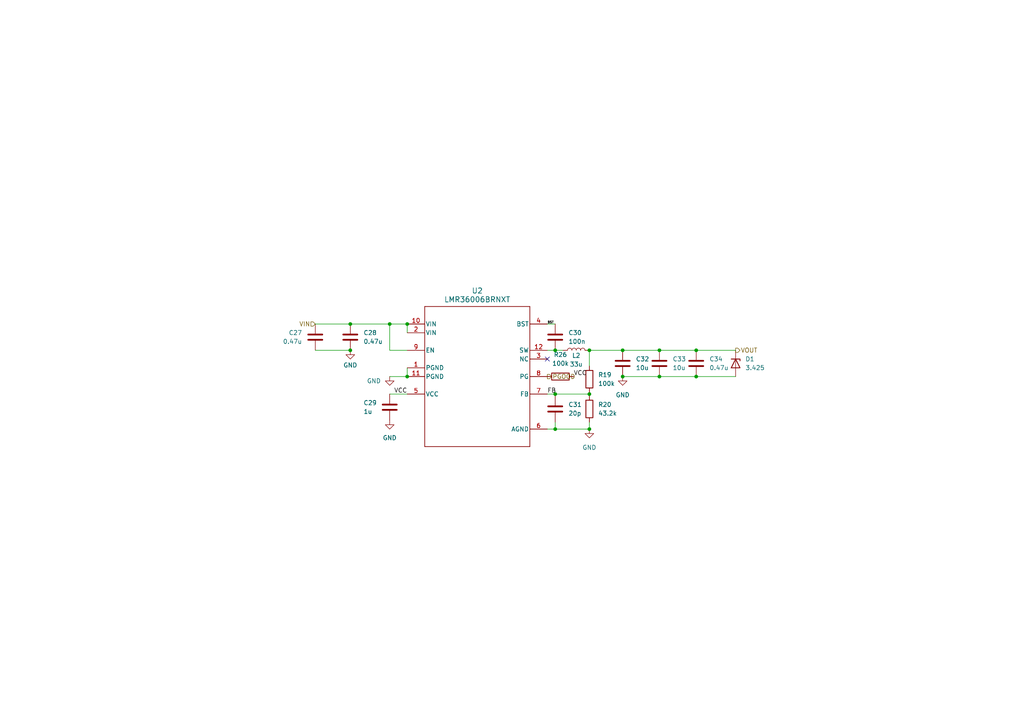
<source format=kicad_sch>
(kicad_sch (version 20231120) (generator "eeschema") (generator_version "8.0")
  (paper "A4")
  (lib_symbols
    (symbol "2024-04-12_02-42-06:LMR36006BRNXT" (pin_names (offset 0.254))
      (property "Reference" "U" (at 0 2.54 0))
      (property "Value" "LMR36006BRNXT" (at 0 0 0))
      (symbol "LMR36006BRNXT_0_1"
        (polyline (pts (xy -15.24 -20.32) (xy 15.24 -20.32)) (stroke (width 0.2032)))
        (polyline (pts (xy -15.24 20.32) (xy -15.24 -20.32)) (stroke (width 0.2032)))
        (polyline (pts (xy 15.24 -20.32) (xy 15.24 20.32)) (stroke (width 0.2032)))
        (polyline (pts (xy 15.24 20.32) (xy -15.24 20.32)) (stroke (width 0.2032)))
        (pin power_in line (at -20.32 2.54 0) (length 5.08) (name "PGND") (number "1"))
        (pin power_in line (at -20.32 15.24 0) (length 5.08) (name "VIN") (number "10"))
        (pin power_in line (at -20.32 0 0) (length 5.08) (name "PGND") (number "11"))
        (pin power_in line (at 20.32 7.62 180) (length 5.08) (name "SW") (number "12"))
        (pin power_in line (at -20.32 12.7 0) (length 5.08) (name "VIN") (number "2"))
        (pin unspecified line (at 20.32 5.08 180) (length 5.08) (name "NC") (number "3"))
        (pin unspecified line (at 20.32 15.24 180) (length 5.08) (name "BST") (number "4"))
        (pin power_in line (at -20.32 -5.08 0) (length 5.08) (name "VCC") (number "5"))
        (pin power_in line (at 20.32 -15.24 180) (length 5.08) (name "AGND") (number "6"))
        (pin input line (at 20.32 -5.08 180) (length 5.08) (name "FB") (number "7"))
        (pin open_collector line (at 20.32 0 180) (length 5.08) (name "PG") (number "8"))
        (pin input line (at -20.32 7.62 0) (length 5.08) (name "EN") (number "9"))
      )
    )
    (symbol "Device:C" (pin_numbers hide) (pin_names (offset 0.254))
      (property "Reference" "C" (at 0.635 2.54 0))
      (property "Value" "C" (at 0.635 -2.54 0))
      (symbol "C_0_1"
        (polyline (pts (xy -2.032 -0.762) (xy 2.032 -0.762)) (stroke (width 0.508)))
        (polyline (pts (xy -2.032 0.762) (xy 2.032 0.762)) (stroke (width 0.508)))
      )
      (symbol "C_1_1"
        (pin passive line (at 0 3.81 270) (length 2.794) (name "~") (number "1"))
        (pin passive line (at 0 -3.81 90) (length 2.794) (name "~") (number "2"))
      )
    )
    (symbol "Device:D_Zener" (pin_numbers hide) (pin_names (offset 1.016) hide)
      (property "Reference" "D" (at 0 2.54 0))
      (property "Value" "D_Zener" (at 0 -2.54 0))
      (symbol "D_Zener_0_1"
        (polyline (pts (xy 1.27 0) (xy -1.27 0)))
        (polyline (pts (xy -1.27 -1.27) (xy -1.27 1.27) (xy -0.762 1.27)) (stroke (width 0.254)))
        (polyline (pts (xy 1.27 -1.27) (xy 1.27 1.27) (xy -1.27 0) (xy 1.27 -1.27)) (stroke (width 0.254)))
      )
      (symbol "D_Zener_1_1"
        (pin passive line (at -3.81 0 0) (length 2.54) (name "K") (number "1"))
        (pin passive line (at 3.81 0 180) (length 2.54) (name "A") (number "2"))
      )
    )
    (symbol "Device:L" (pin_numbers hide) (pin_names (offset 1.016) hide)
      (property "Reference" "L" (at -1.27 0 90))
      (property "Value" "L" (at 1.905 0 90))
      (symbol "L_0_1"
        (arc (start 0 -2.54) (mid 0.6323 -1.905) (end 0 -1.27))
        (arc (start 0 -1.27) (mid 0.6323 -0.635) (end 0 0))
        (arc (start 0 0) (mid 0.6323 0.635) (end 0 1.27))
        (arc (start 0 1.27) (mid 0.6323 1.905) (end 0 2.54))
      )
      (symbol "L_1_1"
        (pin passive line (at 0 3.81 270) (length 1.27) (name "1") (number "1"))
        (pin passive line (at 0 -3.81 90) (length 1.27) (name "2") (number "2"))
      )
    )
    (symbol "Device:R" (pin_numbers hide) (pin_names (offset 0))
      (property "Reference" "R" (at 2.032 0 90))
      (property "Value" "R" (at 0 0 90))
      (symbol "R_0_1"
        (rectangle (start -1.016 -2.54) (end 1.016 2.54) (stroke (width 0.254)))
      )
      (symbol "R_1_1"
        (pin passive line (at 0 3.81 270) (length 1.27) (name "~") (number "1"))
        (pin passive line (at 0 -3.81 90) (length 1.27) (name "~") (number "2"))
      )
    )
    (symbol "power:GND" (power) (pin_numbers hide) (pin_names (offset 0) hide)
      (property "Value" "GND" (at 0 -3.81 0))
      (symbol "GND_0_1"
        (polyline (pts (xy 0 0) (xy 0 -1.27) (xy 1.27 -1.27) (xy 0 -2.54) (xy -1.27 -1.27) (xy 0 -1.27)))
      )
      (symbol "GND_1_1"
        (pin power_in line (at 0 0 270) (length 0) (name "~") (number "1"))
      )
    )
  )
  (junction (at 170.942 101.6))
  (junction (at 118.11 109.22))
  (junction (at 113.03 93.98))
  (junction (at 101.6 101.6))
  (junction (at 118.11 93.98))
  (junction (at 170.942 124.46))
  (junction (at 101.6 93.98))
  (junction (at 161.036 114.3))
  (junction (at 191.262 109.22))
  (junction (at 180.594 109.22))
  (junction (at 161.036 124.46))
  (junction (at 180.594 101.6))
  (junction (at 201.93 109.22))
  (junction (at 170.942 114.3))
  (junction (at 191.262 101.6))
  (junction (at 201.93 101.6))
  (junction (at 161.036 101.6))
  (no_connect (at 158.75 104.14))
  (wire (pts (xy 170.942 101.6) (xy 180.594 101.6)))
  (wire (pts (xy 161.036 101.6) (xy 163.322 101.6)))
  (wire (pts (xy 180.594 101.6) (xy 191.262 101.6)))
  (wire (pts (xy 161.036 124.46) (xy 170.942 124.46)))
  (wire (pts (xy 118.11 106.68) (xy 118.11 109.22)))
  (wire (pts (xy 91.44 101.6) (xy 101.6 101.6)))
  (wire (pts (xy 113.03 101.6) (xy 118.11 101.6)))
  (wire (pts (xy 158.75 101.6) (xy 161.036 101.6)))
  (wire (pts (xy 158.75 124.46) (xy 161.036 124.46)))
  (wire (pts (xy 113.03 93.98) (xy 113.03 101.6)))
  (wire (pts (xy 161.036 114.3) (xy 161.036 114.808)))
  (wire (pts (xy 158.75 114.3) (xy 161.036 114.3)))
  (wire (pts (xy 113.03 93.98) (xy 118.11 93.98)))
  (wire (pts (xy 113.03 109.22) (xy 118.11 109.22)))
  (wire (pts (xy 118.11 93.98) (xy 118.11 96.52)))
  (wire (pts (xy 161.036 122.428) (xy 161.036 124.46)))
  (wire (pts (xy 161.036 114.3) (xy 170.942 114.3)))
  (wire (pts (xy 201.93 101.6) (xy 213.36 101.6)))
  (wire (pts (xy 201.93 109.22) (xy 213.36 109.22)))
  (wire (pts (xy 170.942 101.6) (xy 170.942 106.172)))
  (wire (pts (xy 170.942 122.428) (xy 170.942 124.46)))
  (wire (pts (xy 158.75 93.98) (xy 161.036 93.98)))
  (wire (pts (xy 170.942 114.3) (xy 170.942 114.808)))
  (wire (pts (xy 180.594 109.22) (xy 191.262 109.22)))
  (wire (pts (xy 170.942 113.792) (xy 170.942 114.3)))
  (wire (pts (xy 191.262 101.6) (xy 201.93 101.6)))
  (wire (pts (xy 113.03 114.3) (xy 118.11 114.3)))
  (wire (pts (xy 191.262 109.22) (xy 201.93 109.22)))
  (wire (pts (xy 91.44 93.98) (xy 101.6 93.98)))
  (wire (pts (xy 101.6 93.98) (xy 113.03 93.98)))
  (label "VCC" (at 118.11 114.3 180))
  (label "FB" (at 158.75 114.3 0))
  (label "VCC" (at 166.37 109.22 0))
  (label "BST" (at 158.75 93.98 0) (effects (font (size 0.635 0.635))))
  (hierarchical_label "PGOOD" (shape output) (at 158.75 109.22 0))
  (hierarchical_label "VOUT" (shape output) (at 213.36 101.6 0))
  (hierarchical_label "VIN" (shape input) (at 91.44 93.98 180))
  (symbol (lib_id "Device:C") (at 201.93 105.41 180) (unit 1)
    (property "Reference" "C34" (at 205.74 104.14 0) (effects (justify right)))
    (property "Value" "0.47u" (at 205.74 106.68 0) (effects (justify right)))
    (property "Footprint" "Capacitor_SMD:C_0805_2012Metric" (effects (hide yes)))
    (property "Description" "Unpolarized capacitor" (effects (hide yes)))
  )
  (symbol (lib_id "power:GND") (at 170.942 124.46 0) (unit 1)
    (property "Reference" "#PWR035" (effects (hide yes)))
    (property "Value" "GND" (at 170.942 129.794 0))
    (property "Description" "Power symbol creates a global label with name \"GND\" , ground" (effects (hide yes)))
  )
  (symbol (lib_id "Device:R") (at 170.942 109.982 0) (unit 1)
    (property "Reference" "R19" (at 173.482 108.712 0) (effects (justify left)))
    (property "Value" "100k" (at 173.482 111.252 0) (effects (justify left)))
    (property "Footprint" "Resistor_SMD:R_0603_1608Metric" (effects (hide yes)))
    (property "Description" "Resistor" (effects (hide yes)))
  )
  (symbol (lib_id "2024-04-12_02-42-06:LMR36006BRNXT") (at 138.43 109.22 0) (unit 1)
    (property "Reference" "U2" (at 138.43 84.328 0) (effects (font (size 1.524 1.524))))
    (property "Value" "LMR36006BRNXT" (at 138.43 86.868 0) (effects (font (size 1.524 1.524))))
    (property "Footprint" "Library:RNX0012B" (effects (hide yes)))
    (property "Datasheet" "LMR36006BRNXT" (effects (hide yes)))
  )
  (symbol (lib_id "Device:D_Zener") (at 213.36 105.41 270) (unit 1)
    (property "Reference" "D1" (at 216.154 104.14 90) (effects (justify left)))
    (property "Value" "3.425" (at 216.154 106.68 90) (effects (justify left)))
    (property "Footprint" "Library:CR_PLZ5V1C_VIS" (effects (hide yes)))
    (property "Description" "Zener diode" (effects (hide yes)))
  )
  (symbol (lib_id "Device:C") (at 101.6 97.79 180) (unit 1)
    (property "Reference" "C28" (at 105.41 96.5199 0) (effects (justify right)))
    (property "Value" "0.47u" (at 105.41 99.0599 0) (effects (justify right)))
    (property "Footprint" "Capacitor_SMD:C_0805_2012Metric" (effects (hide yes)))
    (property "Description" "Unpolarized capacitor" (effects (hide yes)))
  )
  (symbol (lib_id "power:GND") (at 101.6 101.6 0) (unit 1)
    (property "Reference" "#PWR032" (effects (hide yes)))
    (property "Value" "GND" (at 101.6 105.918 0))
    (property "Description" "Power symbol creates a global label with name \"GND\" , ground" (effects (hide yes)))
  )
  (symbol (lib_id "power:GND") (at 113.03 109.22 0) (unit 1)
    (property "Reference" "#PWR033" (effects (hide yes)))
    (property "Value" "GND" (at 110.49 110.4899 0) (effects (justify right)))
    (property "Description" "Power symbol creates a global label with name \"GND\" , ground" (effects (hide yes)))
  )
  (symbol (lib_id "power:GND") (at 180.594 109.22 0) (unit 1)
    (property "Reference" "#PWR037" (effects (hide yes)))
    (property "Value" "GND" (at 180.594 114.554 0))
    (property "Description" "Power symbol creates a global label with name \"GND\" , ground" (effects (hide yes)))
  )
  (symbol (lib_id "Device:C") (at 91.44 97.79 180) (unit 1)
    (property "Reference" "C27" (at 87.63 96.5199 0) (effects (justify left)))
    (property "Value" "0.47u" (at 87.63 99.0599 0) (effects (justify left)))
    (property "Footprint" "Capacitor_SMD:C_0805_2012Metric" (effects (hide yes)))
    (property "Description" "Unpolarized capacitor" (effects (hide yes)))
  )
  (symbol (lib_id "Device:R") (at 170.942 118.618 0) (unit 1)
    (property "Reference" "R20" (at 173.482 117.348 0) (effects (justify left)))
    (property "Value" "43.2k" (at 173.482 119.888 0) (effects (justify left)))
    (property "Footprint" "Resistor_SMD:R_0603_1608Metric" (effects (hide yes)))
    (property "Description" "Resistor" (effects (hide yes)))
  )
  (symbol (lib_id "Device:C") (at 161.036 97.79 0) (unit 1)
    (property "Reference" "C30" (at 164.846 96.52 0) (effects (justify left)))
    (property "Value" "100n" (at 164.846 99.06 0) (effects (justify left)))
    (property "Footprint" "Capacitor_SMD:C_0603_1608Metric" (effects (hide yes)))
    (property "Description" "Unpolarized capacitor" (effects (hide yes)))
  )
  (symbol (lib_id "Device:L") (at 167.132 101.6 90) (unit 1)
    (property "Reference" "L2" (at 167.132 103.124 90))
    (property "Value" "33u" (at 167.132 105.664 90))
    (property "Footprint" "Inductor_SMD:L_Wuerth_MAPI-3015" (effects (hide yes)))
    (property "Description" "Inductor" (effects (hide yes)))
  )
  (symbol (lib_id "power:GND") (at 113.03 121.92 0) (unit 1)
    (property "Reference" "#PWR034" (effects (hide yes)))
    (property "Value" "GND" (at 113.03 127 0))
    (property "Description" "Power symbol creates a global label with name \"GND\" , ground" (effects (hide yes)))
  )
  (symbol (lib_id "Device:C") (at 180.594 105.41 0) (unit 1)
    (property "Reference" "C32" (at 184.404 104.14 0) (effects (justify left)))
    (property "Value" "10u" (at 184.404 106.68 0) (effects (justify left)))
    (property "Footprint" "Capacitor_SMD:C_1206_3216Metric" (effects (hide yes)))
    (property "Description" "Unpolarized capacitor" (effects (hide yes)))
  )
  (symbol (lib_id "Device:R") (at 162.56 109.22 90) (unit 1)
    (property "Reference" "R26" (at 162.56 102.87 90))
    (property "Value" "100k" (at 162.56 105.41 90))
    (property "Footprint" "Resistor_SMD:R_0603_1608Metric" (effects (hide yes)))
    (property "Description" "Resistor" (effects (hide yes)))
  )
  (symbol (lib_id "Device:C") (at 191.262 105.41 0) (unit 1)
    (property "Reference" "C33" (at 195.072 104.14 0) (effects (justify left)))
    (property "Value" "10u" (at 195.072 106.68 0) (effects (justify left)))
    (property "Footprint" "Capacitor_SMD:C_1206_3216Metric" (effects (hide yes)))
    (property "Description" "Unpolarized capacitor" (effects (hide yes)))
  )
  (symbol (lib_id "Device:C") (at 161.036 118.618 0) (unit 1)
    (property "Reference" "C31" (at 164.846 117.348 0) (effects (justify left)))
    (property "Value" "20p" (at 164.846 119.888 0) (effects (justify left)))
    (property "Footprint" "Capacitor_SMD:C_0603_1608Metric" (effects (hide yes)))
    (property "Description" "Unpolarized capacitor" (effects (hide yes)))
  )
  (symbol (lib_id "Device:C") (at 113.03 118.11 0) (unit 1)
    (property "Reference" "C29" (at 105.41 116.84 0) (effects (justify left)))
    (property "Value" "1u" (at 105.41 119.38 0) (effects (justify left)))
    (property "Footprint" "Capacitor_SMD:C_0603_1608Metric" (effects (hide yes)))
    (property "Description" "Unpolarized capacitor" (effects (hide yes)))
  )
)
</source>
